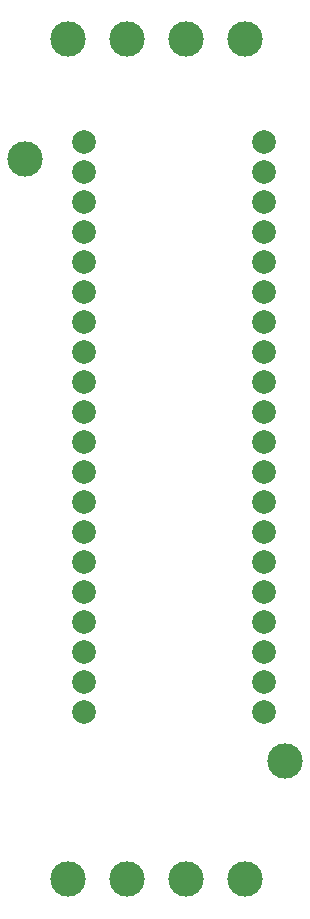
<source format=gbr>
%TF.GenerationSoftware,KiCad,Pcbnew,(5.1.6)-1*%
%TF.CreationDate,2020-06-28T19:48:16+04:00*%
%TF.ProjectId,SmartHouseRelayGateController,536d6172-7448-46f7-9573-6552656c6179,rev?*%
%TF.SameCoordinates,Original*%
%TF.FileFunction,Copper,L2,Bot*%
%TF.FilePolarity,Positive*%
%FSLAX46Y46*%
G04 Gerber Fmt 4.6, Leading zero omitted, Abs format (unit mm)*
G04 Created by KiCad (PCBNEW (5.1.6)-1) date 2020-06-28 19:48:16*
%MOMM*%
%LPD*%
G01*
G04 APERTURE LIST*
%TA.AperFunction,ComponentPad*%
%ADD10C,2.000000*%
%TD*%
%TA.AperFunction,ComponentPad*%
%ADD11C,3.000000*%
%TD*%
G04 APERTURE END LIST*
D10*
%TO.P,U1,1*%
%TO.N,Net-(U1-Pad1)*%
X273200000Y-112820000D03*
%TO.P,U1,2*%
%TO.N,Net-(P1-Pad4)*%
X273200000Y-110280000D03*
%TO.P,U1,3*%
%TO.N,Net-(P1-Pad3)*%
X273200000Y-107740000D03*
%TO.P,U1,4*%
%TO.N,Net-(U1-Pad4)*%
X273200000Y-105200000D03*
%TO.P,U1,5*%
%TO.N,Net-(U1-Pad5)*%
X273200000Y-102660000D03*
%TO.P,U1,6*%
%TO.N,Net-(U1-Pad6)*%
X273200000Y-100120000D03*
%TO.P,U1,7*%
%TO.N,Net-(U1-Pad7)*%
X273200000Y-97580000D03*
%TO.P,U1,8*%
%TO.N,Net-(P3-Pad3)*%
X273200000Y-95040000D03*
%TO.P,U1,9*%
%TO.N,Net-(P3-Pad4)*%
X273200000Y-92500000D03*
%TO.P,U1,10*%
%TO.N,Net-(U1-Pad10)*%
X273200000Y-89960000D03*
%TO.P,U1,11*%
%TO.N,Net-(U1-Pad11)*%
X273200000Y-87420000D03*
%TO.P,U1,12*%
%TO.N,Net-(U1-Pad12)*%
X273200000Y-84880000D03*
%TO.P,U1,13*%
%TO.N,Net-(U1-Pad13)*%
X273200000Y-82340000D03*
%TO.P,U1,14*%
%TO.N,Net-(P1-Pad2)*%
X273200000Y-79800000D03*
%TO.P,U1,15*%
%TO.N,Net-(P1-Pad1)*%
X273200000Y-77260000D03*
%TO.P,U1,16*%
%TO.N,Net-(U1-Pad16)*%
X273200000Y-74720000D03*
%TO.P,U1,17*%
%TO.N,Net-(U1-Pad17)*%
X273200000Y-72180000D03*
%TO.P,U1,18*%
%TO.N,Net-(U1-Pad18)*%
X273200000Y-69640000D03*
%TO.P,U1,19*%
%TO.N,Net-(U1-Pad19)*%
X273200000Y-67100000D03*
%TO.P,U1,20*%
%TO.N,Net-(U1-Pad20)*%
X273200000Y-64560000D03*
%TO.P,U1,21*%
%TO.N,Net-(U1-Pad21)*%
X257960000Y-112820000D03*
%TO.P,U1,22*%
%TO.N,Net-(U1-Pad22)*%
X257960000Y-110280000D03*
%TO.P,U1,23*%
%TO.N,Net-(U1-Pad23)*%
X257960000Y-107740000D03*
%TO.P,U1,24*%
%TO.N,Net-(U1-Pad24)*%
X257960000Y-105200000D03*
%TO.P,U1,25*%
%TO.N,Net-(U1-Pad25)*%
X257960000Y-102660000D03*
%TO.P,U1,26*%
%TO.N,Net-(U1-Pad26)*%
X257960000Y-100120000D03*
%TO.P,U1,27*%
%TO.N,Net-(U1-Pad27)*%
X257960000Y-97580000D03*
%TO.P,U1,28*%
%TO.N,Net-(U1-Pad28)*%
X257960000Y-95040000D03*
%TO.P,U1,29*%
%TO.N,Net-(U1-Pad29)*%
X257960000Y-92500000D03*
%TO.P,U1,30*%
%TO.N,Net-(U1-Pad30)*%
X257960000Y-89960000D03*
%TO.P,U1,31*%
%TO.N,Net-(U1-Pad31)*%
X257960000Y-87420000D03*
%TO.P,U1,32*%
%TO.N,Net-(U1-Pad32)*%
X257960000Y-84880000D03*
%TO.P,U1,33*%
%TO.N,Net-(U1-Pad33)*%
X257960000Y-82340000D03*
%TO.P,U1,34*%
%TO.N,Net-(U1-Pad34)*%
X257960000Y-79800000D03*
%TO.P,U1,35*%
%TO.N,Net-(U1-Pad35)*%
X257960000Y-77260000D03*
%TO.P,U1,36*%
%TO.N,Net-(U1-Pad36)*%
X257960000Y-74720000D03*
%TO.P,U1,37*%
%TO.N,Net-(U1-Pad37)*%
X257960000Y-72180000D03*
%TO.P,U1,38*%
%TO.N,Net-(U1-Pad38)*%
X257960000Y-69640000D03*
%TO.P,U1,39*%
%TO.N,Net-(U1-Pad39)*%
X257960000Y-67100000D03*
%TO.P,U1,40*%
%TO.N,Net-(U1-Pad40)*%
X257960000Y-64560000D03*
%TD*%
D11*
%TO.P,REF\u002A\u002A,1*%
%TO.N,N/C*%
X253000000Y-66000000D03*
%TD*%
%TO.P,REF\u002A\u002A,1*%
%TO.N,N/C*%
X275000000Y-117000000D03*
%TD*%
%TO.P,P1,1*%
%TO.N,Net-(P1-Pad1)*%
X271620000Y-55880000D03*
%TO.P,P1,2*%
%TO.N,Net-(P1-Pad2)*%
X266620000Y-55880000D03*
%TO.P,P1,3*%
%TO.N,Net-(P1-Pad3)*%
X261620000Y-55880000D03*
%TO.P,P1,4*%
%TO.N,Net-(P1-Pad4)*%
X256620000Y-55880000D03*
%TD*%
%TO.P,P3,1*%
%TO.N,Net-(P1-Pad4)*%
X271620000Y-127000000D03*
%TO.P,P3,2*%
%TO.N,Net-(P1-Pad3)*%
X266620000Y-127000000D03*
%TO.P,P3,3*%
%TO.N,Net-(P3-Pad3)*%
X261620000Y-127000000D03*
%TO.P,P3,4*%
%TO.N,Net-(P3-Pad4)*%
X256620000Y-127000000D03*
%TD*%
M02*

</source>
